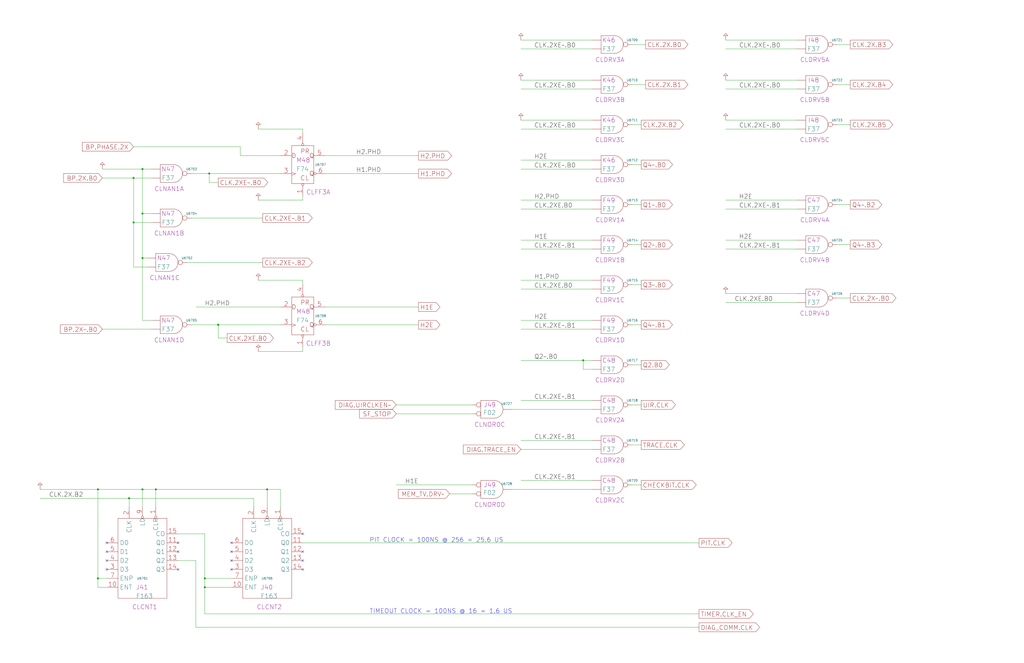
<source format=kicad_sch>
(kicad_sch (version 20250114) (generator "eeschema") (generator_version "9.0")
  (paper "User" 584.2 378.46)
  (title_block (title "CLOCKS\\nIOP CLOCK GENERATION") (date "22-SEP-90") (rev "2.0") (comment 1 "IOC") (comment 2 "232-003061") (comment 3 "S400") (comment 4 "RELEASED"))
  (lib_symbols
    (symbol "r1000:F02" (pin_numbers (hide yes)) (pin_names (hide yes))
      (property "Reference" "U" (at 12.16 0.635 0))
      (property "Value" "F02" (at -1.27 -4.445 0))
      (property "Location" "___" (at 2.54 0 0))
      (property "Name" "______" (at 2.54 -12.7 0))
      (symbol "F02_0_1"
        (arc (start -3.81 2.54) (mid -2.9847 -2.54) (end -3.81 -7.62) (stroke (width 0.1524)))
        (polyline (pts (xy -5.08 0) (xy -3.175 0)) (stroke (width 0.1524)))
        (polyline (pts (xy -5.08 -5.08) (xy -3.175 -5.08)) (stroke (width 0.1524)))
        (polyline (pts (xy -3.81 2.54) (xy 2.54 2.54)) (stroke (width 0.1524)))
        (polyline (pts (xy -3.81 -7.62) (xy 2.54 -7.62)) (stroke (width 0.1524)))
        (arc (start 2.54 2.54) (mid 6.9477 0.8966) (end 10.16 -2.54) (stroke (width 0.1524)))
        (arc (start 10.16 -2.54) (mid 6.9515 -5.9823) (end 2.54 -7.62) (stroke (width 0.1524)))
        (circle (center 11.43 -2.54) (radius 1.27) (stroke (width 0.1524)))
        (polyline (pts (xy 13.97 -2.54) (xy 12.7 -2.54)) (stroke (width 0.1524)))
      )
      (symbol "F02_0_2"
        (circle (center -3.81 0) (radius 1.27) (stroke (width 0.1524)))
        (circle (center -3.81 -5.08) (radius 1.27) (stroke (width 0.1524)))
        (polyline (pts (xy -2.54 2.54) (xy -2.54 -7.62)) (stroke (width 0.1524)))
        (polyline (pts (xy -2.54 2.54) (xy 5.08 2.54)) (stroke (width 0.1524)))
        (polyline (pts (xy -2.54 -7.62) (xy 5.08 -7.62)) (stroke (width 0.1524)))
        (arc (start 5.08 2.54) (mid 10.1281 -2.54) (end 5.08 -7.62) (stroke (width 0.1524)))
        (polyline (pts (xy 11.43 -2.54) (xy 10.16 -2.54)) (stroke (width 0.1524)))
        (polyline (pts (xy 11.43 -2.54) (xy 12.7 -2.54)) (stroke (width 0.1524)))
      )
      (symbol "F02_1_1"
        (pin input line (at -7.62 0 0) (length 2.54) (name "D0") (number "1"))
        (pin input line (at -7.62 -5.08 0) (length 2.54) (name "D1") (number "2"))
        (pin output line (at 15.24 -2.54 180) (length 1.27) (name "Q") (number "3"))
      )
      (symbol "F02_1_2"
        (pin input line (at -7.62 0 0) (length 2.54) (name "D0") (number "1"))
        (pin input line (at -7.62 -5.08 0) (length 2.54) (name "D1") (number "2"))
        (pin output line (at 15.24 -2.54 180) (length 2.54) (name "Q") (number "3"))
      )
    )
    (symbol "r1000:F163" (pin_names (offset 1.016))
      (property "Reference" "U" (at 2.54 5.08 0))
      (property "Value" "F163" (at -1.27 -5.08 0))
      (property "Location" "___" (at -1.27 0 0))
      (property "Name" "______" (at 3.81 -12.7 0))
      (symbol "F163_1_1"
        (rectangle (start -11.43 39.37) (end 16.51 -6.35))
        (circle (center 2.54 40.005) (radius 0.635))
        (circle (center 10.16 40.005) (radius 0.635))
        (pin input line (at -17.78 25.4 0) (length 6.35) (name "D0") (number "6"))
        (pin input line (at -17.78 20.32 0) (length 6.35) (name "D1") (number "5"))
        (pin input line (at -17.78 15.24 0) (length 6.35) (name "D2") (number "4"))
        (pin input line (at -17.78 10.16 0) (length 6.35) (name "D3") (number "3"))
        (pin input line (at -17.78 5.08 0) (length 6.35) (name "ENP") (number "7"))
        (pin input line (at -17.78 0 0) (length 6.35) (name "ENT") (number "10"))
        (pin input line (at -5.08 45.72 270) (length 6.35) (name "CLK") (number "2"))
        (pin input line (at 2.54 45.72 270) (length 5.08) (name "LD") (number "9"))
        (pin input line (at 10.16 45.72 270) (length 5.08) (name "CLR") (number "1"))
        (pin output line (at 22.86 30.48 180) (length 6.35) (name "CO") (number "15"))
        (pin output line (at 22.86 25.4 180) (length 6.35) (name "Q0") (number "11"))
        (pin output line (at 22.86 20.32 180) (length 6.35) (name "Q1") (number "12"))
        (pin output line (at 22.86 15.24 180) (length 6.35) (name "Q2") (number "13"))
        (pin output line (at 22.86 10.16 180) (length 6.35) (name "Q3") (number "14"))
      )
    )
    (symbol "r1000:F37" (pin_numbers (hide yes)) (pin_names (offset 0) (hide yes))
      (property "Reference" "U" (at 15.24 0 0))
      (property "Value" "F37" (at 1.905 -5.08 0))
      (property "Location" "___" (at 1.905 0 0))
      (property "Name" "______" (at 2.54 -12.7 0))
      (symbol "F37_0_1"
        (polyline (pts (xy -2.54 2.54) (xy -2.54 -7.62)) (stroke (width 0.1524)))
        (polyline (pts (xy -2.54 2.54) (xy 5.08 2.54)) (stroke (width 0.1524)))
        (polyline (pts (xy -2.54 -7.62) (xy 5.08 -7.62)) (stroke (width 0.1524)))
        (arc (start 5.08 2.54) (mid 10.1281 -2.54) (end 5.08 -7.62) (stroke (width 0.1524)))
        (circle (center 11.43 -2.54) (radius 1.27) (stroke (width 0.1524)))
      )
      (symbol "F37_0_2"
        (arc (start -3.175 2.54) (mid -2.134 -2.54) (end -3.175 -7.62) (stroke (width 0.1524)))
        (circle (center -3.81 0) (radius 1.27) (stroke (width 0.1524)))
        (circle (center -3.81 -5.08) (radius 1.27) (stroke (width 0.1524)))
        (polyline (pts (xy -3.175 2.54) (xy 3.81 2.54)) (stroke (width 0.1524)))
        (polyline (pts (xy -3.175 -7.62) (xy 3.81 -7.62)) (stroke (width 0.1524)))
        (arc (start 3.81 2.54) (mid 7.5828 0.7472) (end 10.16 -2.54) (stroke (width 0.1524)))
        (arc (start 10.16 -2.54) (mid 7.5855 -5.8306) (end 3.81 -7.62) (stroke (width 0.1524)))
      )
      (symbol "F37_1_1"
        (pin input line (at -7.62 0 0) (length 5.08) (name "D0") (number "1"))
        (pin input line (at -7.62 -5.08 0) (length 5.08) (name "D1") (number "2"))
        (pin output line (at 15.24 -2.54 180) (length 2.54) (name "Q") (number "3"))
      )
      (symbol "F37_1_2"
        (pin input line (at -7.62 0 0) (length 2.54) (name "D0") (number "1"))
        (pin input line (at -7.62 -5.08 0) (length 2.54) (name "D1") (number "2"))
        (pin output line (at 15.24 -2.54 180) (length 5.08) (name "Q") (number "3"))
      )
    )
    (symbol "r1000:F74" (pin_names (offset 1.016) (hide yes))
      (property "Reference" "U" (at 12.7 -2.54 0))
      (property "Value" "F74" (at -1.27 -5.08 0))
      (property "Location" "___" (at -1.27 0 0))
      (property "Name" "______" (at 11.43 -19.685 0))
      (symbol "F74_0_1"
        (rectangle (start -3.81 8.255) (end 8.89 -13.335) (stroke (width 0.1524)))
        (polyline (pts (xy 2.54 10.16) (xy 2.54 9.525)) (stroke (width 0.1524)))
        (polyline (pts (xy 2.54 -15.24) (xy 2.54 -14.605)) (stroke (width 0.1524)))
      )
      (symbol "F74_1_1"
        (circle (center 2.54 8.89) (radius 0.635))
        (circle (center 2.54 -13.97) (radius 0.635))
        (circle (center 9.525 -7.62) (radius 0.635))
        (text "D" (at -2.54 2.54 0) (effects (font (size 2.54 2.54))))
        (text ">" (at -2.54 -7.62 0) (effects (font (size 2.54 2.54))))
        (text "P" (at 2.54 5.08 0) (effects (font (size 2.54 2.54))))
        (text "C" (at 2.54 -10.16 0) (effects (font (size 2.54 2.54))))
        (text "R" (at 5.08 5.08 0) (effects (font (size 2.54 2.54))))
        (text "L" (at 5.08 -10.16 0) (effects (font (size 2.54 2.54))))
        (text "Q" (at 7.62 2.54 0) (effects (font (size 2.54 2.54))))
        (text "Q" (at 7.62 -7.62 0) (effects (font (size 2.54 2.54))))
        (pin input line (at -10.16 2.54 0) (length 6.35) (name "D") (number "2"))
        (pin input line (at -10.16 -7.62 0) (length 6.35) (name "CLK") (number "3"))
        (pin input line (at 2.54 15.24 270) (length 5.08) (name "PR_") (number "4"))
        (pin input line (at 2.54 -20.32 90) (length 5.08) (name "CL_") (number "1"))
        (pin output line (at 15.24 2.54 180) (length 6.35) (name "Q") (number "5"))
        (pin output line (at 15.24 -7.62 180) (length 5.08) (name "Q_") (number "6"))
      )
    )
    (symbol "r1000:PU" (power) (pin_numbers (hide yes)) (pin_names (hide yes))
      (symbol "PU_0_1"
        (polyline (pts (xy 0 2.54) (xy -1.27 2.54) (xy 0 3.81) (xy 1.27 2.54) (xy 0 2.54)) (stroke (width 0.1524)))
      )
      (symbol "PU_1_1"
        (pin power_in line (at 0 0 90) (length 2.54) (name "PU") (number "1"))
      )
    )
  )
  (text "TIMEOUT CLOCK = 100NS @ 16 = 1.6 US" (at 210.82 350.52 0) (effects (font (size 2.54 2.54)) (justify left bottom)))
  (text "PIT CLOCK = 100NS @ 256 = 25.6 US" (at 210.82 309.88 0) (effects (font (size 2.54 2.54)) (justify left bottom)))
  (junction (at 73.66 284.48))
  (junction (at 81.28 96.52))
  (junction (at 88.9 279.4))
  (junction (at 119.38 99.06))
  (junction (at 55.88 279.4))
  (junction (at 76.2 101.6))
  (junction (at 332.74 205.74))
  (junction (at 81.28 147.32))
  (junction (at 124.46 185.42))
  (junction (at 116.84 330.2))
  (junction (at 76.2 127))
  (junction (at 152.4 279.4))
  (junction (at 81.28 279.4))
  (junction (at 116.84 335.28))
  (junction (at 81.28 121.92))
  (junction (at 55.88 330.2))
  (no_connect (at 132.08 320.04))
  (no_connect (at 101.6 309.88))
  (no_connect (at 172.72 320.04))
  (no_connect (at 60.96 309.88))
  (no_connect (at 132.08 309.88))
  (no_connect (at 172.72 325.12))
  (no_connect (at 60.96 314.96))
  (no_connect (at 132.08 314.96))
  (no_connect (at 101.6 314.96))
  (no_connect (at 172.72 304.8))
  (no_connect (at 60.96 325.12))
  (no_connect (at 132.08 325.12))
  (no_connect (at 101.6 325.12))
  (no_connect (at 172.72 314.96))
  (no_connect (at 60.96 320.04))
  (wire (pts (xy 116.84 350.52) (xy 398.78 350.52)))
  (wire (pts (xy 360.68 116.84) (xy 365.76 116.84)))
  (wire (pts (xy 129.54 193.04) (xy 124.46 193.04)))
  (wire (pts (xy 477.52 48.26) (xy 485.14 48.26)))
  (wire (pts (xy 147.32 200.66) (xy 172.72 200.66)))
  (wire (pts (xy 414.02 68.58) (xy 454.66 68.58)))
  (wire (pts (xy 477.52 139.7) (xy 485.14 139.7)))
  (wire (pts (xy 147.32 114.3) (xy 172.72 114.3)))
  (wire (pts (xy 81.28 147.32) (xy 83.82 147.32)))
  (wire (pts (xy 111.76 358.14) (xy 398.78 358.14)))
  (wire (pts (xy 360.68 208.28) (xy 365.76 208.28)))
  (wire (pts (xy 477.52 71.12) (xy 485.14 71.12)))
  (wire (pts (xy 55.88 279.4) (xy 55.88 330.2)))
  (wire (pts (xy 76.2 101.6) (xy 86.36 101.6)))
  (wire (pts (xy 297.18 256.54) (xy 337.82 256.54)))
  (wire (pts (xy 226.06 276.86) (xy 269.24 276.86)))
  (wire (pts (xy 292.1 233.68) (xy 337.82 233.68)))
  (wire (pts (xy 297.18 274.32) (xy 337.82 274.32)))
  (wire (pts (xy 297.18 68.58) (xy 337.82 68.58)))
  (wire (pts (xy 297.18 22.86) (xy 337.82 22.86)))
  (wire (pts (xy 116.84 335.28) (xy 132.08 335.28)))
  (wire (pts (xy 22.86 284.48) (xy 73.66 284.48)))
  (wire (pts (xy 414.02 22.86) (xy 454.66 22.86)))
  (wire (pts (xy 360.68 93.98) (xy 365.76 93.98)))
  (wire (pts (xy 58.42 187.96) (xy 86.36 187.96)))
  (wire (pts (xy 414.02 50.8) (xy 454.66 50.8)))
  (wire (pts (xy 185.42 185.42) (xy 238.76 185.42)))
  (wire (pts (xy 297.18 187.96) (xy 337.82 187.96)))
  (wire (pts (xy 101.6 320.04) (xy 111.76 320.04)))
  (wire (pts (xy 414.02 114.3) (xy 454.66 114.3)))
  (wire (pts (xy 58.42 101.6) (xy 76.2 101.6)))
  (wire (pts (xy 81.28 121.92) (xy 86.36 121.92)))
  (wire (pts (xy 360.68 25.4) (xy 368.3 25.4)))
  (wire (pts (xy 297.18 228.6) (xy 337.82 228.6)))
  (wire (pts (xy 172.72 73.66) (xy 172.72 76.2)))
  (wire (pts (xy 414.02 119.38) (xy 454.66 119.38)))
  (wire (pts (xy 76.2 152.4) (xy 76.2 127)))
  (wire (pts (xy 297.18 182.88) (xy 337.82 182.88)))
  (wire (pts (xy 297.18 45.72) (xy 337.82 45.72)))
  (wire (pts (xy 124.46 185.42) (xy 160.02 185.42)))
  (wire (pts (xy 109.22 185.42) (xy 124.46 185.42)))
  (wire (pts (xy 297.18 251.46) (xy 337.82 251.46)))
  (wire (pts (xy 360.68 71.12) (xy 365.76 71.12)))
  (wire (pts (xy 477.52 116.84) (xy 485.14 116.84)))
  (wire (pts (xy 137.16 88.9) (xy 160.02 88.9)))
  (wire (pts (xy 297.18 96.52) (xy 337.82 96.52)))
  (wire (pts (xy 152.4 279.4) (xy 152.4 289.56)))
  (wire (pts (xy 116.84 330.2) (xy 132.08 330.2)))
  (wire (pts (xy 297.18 27.94) (xy 337.82 27.94)))
  (wire (pts (xy 297.18 165.1) (xy 337.82 165.1)))
  (wire (pts (xy 101.6 304.8) (xy 116.84 304.8)))
  (wire (pts (xy 332.74 210.82) (xy 337.82 210.82)))
  (wire (pts (xy 106.68 149.86) (xy 149.86 149.86)))
  (wire (pts (xy 119.38 99.06) (xy 160.02 99.06)))
  (wire (pts (xy 116.84 330.2) (xy 116.84 335.28)))
  (wire (pts (xy 58.42 96.52) (xy 81.28 96.52)))
  (wire (pts (xy 360.68 276.86) (xy 365.76 276.86)))
  (wire (pts (xy 88.9 279.4) (xy 152.4 279.4)))
  (wire (pts (xy 22.86 279.4) (xy 55.88 279.4)))
  (wire (pts (xy 297.18 142.24) (xy 337.82 142.24)))
  (wire (pts (xy 172.72 160.02) (xy 172.72 162.56)))
  (wire (pts (xy 124.46 104.14) (xy 119.38 104.14)))
  (wire (pts (xy 86.36 182.88) (xy 81.28 182.88)))
  (wire (pts (xy 297.18 73.66) (xy 337.82 73.66)))
  (wire (pts (xy 185.42 99.06) (xy 238.76 99.06)))
  (wire (pts (xy 76.2 83.82) (xy 137.16 83.82)))
  (wire (pts (xy 147.32 73.66) (xy 172.72 73.66)))
  (wire (pts (xy 116.84 304.8) (xy 116.84 330.2)))
  (wire (pts (xy 81.28 279.4) (xy 88.9 279.4)))
  (wire (pts (xy 172.72 200.66) (xy 172.72 198.12)))
  (wire (pts (xy 172.72 111.76) (xy 172.72 114.3)))
  (wire (pts (xy 160.02 279.4) (xy 160.02 289.56)))
  (wire (pts (xy 477.52 170.18) (xy 485.14 170.18)))
  (wire (pts (xy 55.88 330.2) (xy 60.96 330.2)))
  (wire (pts (xy 414.02 73.66) (xy 454.66 73.66)))
  (wire (pts (xy 109.22 124.46) (xy 149.86 124.46)))
  (wire (pts (xy 81.28 147.32) (xy 81.28 182.88)))
  (wire (pts (xy 55.88 279.4) (xy 81.28 279.4)))
  (wire (pts (xy 360.68 185.42) (xy 365.76 185.42)))
  (wire (pts (xy 292.1 279.4) (xy 337.82 279.4)))
  (wire (pts (xy 332.74 205.74) (xy 332.74 210.82)))
  (wire (pts (xy 360.68 139.7) (xy 365.76 139.7)))
  (wire (pts (xy 81.28 279.4) (xy 81.28 289.56)))
  (wire (pts (xy 88.9 279.4) (xy 88.9 289.56)))
  (wire (pts (xy 83.82 152.4) (xy 76.2 152.4)))
  (wire (pts (xy 414.02 167.64) (xy 454.66 167.64)))
  (wire (pts (xy 172.72 309.88) (xy 398.78 309.88)))
  (wire (pts (xy 360.68 48.26) (xy 368.3 48.26)))
  (wire (pts (xy 256.54 281.94) (xy 269.24 281.94)))
  (wire (pts (xy 360.68 254) (xy 365.76 254)))
  (wire (pts (xy 76.2 127) (xy 76.2 101.6)))
  (wire (pts (xy 297.18 114.3) (xy 337.82 114.3)))
  (wire (pts (xy 55.88 330.2) (xy 55.88 335.28)))
  (wire (pts (xy 76.2 127) (xy 86.36 127)))
  (wire (pts (xy 116.84 335.28) (xy 116.84 350.52)))
  (wire (pts (xy 109.22 99.06) (xy 119.38 99.06)))
  (wire (pts (xy 124.46 193.04) (xy 124.46 185.42)))
  (wire (pts (xy 297.18 137.16) (xy 337.82 137.16)))
  (wire (pts (xy 332.74 205.74) (xy 337.82 205.74)))
  (wire (pts (xy 360.68 231.14) (xy 365.76 231.14)))
  (wire (pts (xy 185.42 175.26) (xy 238.76 175.26)))
  (wire (pts (xy 226.06 231.14) (xy 269.24 231.14)))
  (wire (pts (xy 414.02 27.94) (xy 454.66 27.94)))
  (wire (pts (xy 414.02 45.72) (xy 454.66 45.72)))
  (wire (pts (xy 119.38 99.06) (xy 119.38 104.14)))
  (wire (pts (xy 414.02 137.16) (xy 454.66 137.16)))
  (wire (pts (xy 185.42 88.9) (xy 238.76 88.9)))
  (wire (pts (xy 55.88 335.28) (xy 60.96 335.28)))
  (wire (pts (xy 73.66 284.48) (xy 144.78 284.48)))
  (wire (pts (xy 297.18 119.38) (xy 337.82 119.38)))
  (wire (pts (xy 414.02 142.24) (xy 454.66 142.24)))
  (wire (pts (xy 81.28 96.52) (xy 86.36 96.52)))
  (wire (pts (xy 81.28 96.52) (xy 81.28 121.92)))
  (wire (pts (xy 137.16 83.82) (xy 137.16 88.9)))
  (wire (pts (xy 360.68 162.56) (xy 365.76 162.56)))
  (wire (pts (xy 297.18 50.8) (xy 337.82 50.8)))
  (wire (pts (xy 297.18 160.02) (xy 337.82 160.02)))
  (wire (pts (xy 477.52 25.4) (xy 485.14 25.4)))
  (wire (pts (xy 414.02 172.72) (xy 454.66 172.72)))
  (wire (pts (xy 144.78 284.48) (xy 144.78 289.56)))
  (wire (pts (xy 147.32 160.02) (xy 172.72 160.02)))
  (wire (pts (xy 73.66 284.48) (xy 73.66 289.56)))
  (wire (pts (xy 111.76 320.04) (xy 111.76 358.14)))
  (wire (pts (xy 297.18 91.44) (xy 337.82 91.44)))
  (wire (pts (xy 152.4 279.4) (xy 160.02 279.4)))
  (wire (pts (xy 81.28 121.92) (xy 81.28 147.32)))
  (wire (pts (xy 297.18 205.74) (xy 332.74 205.74)))
  (wire (pts (xy 226.06 236.22) (xy 269.24 236.22)))
  (wire (pts (xy 111.76 175.26) (xy 160.02 175.26)))
  (label "H2E" (at 304.8 182.88 0) (effects (font (size 2.54 2.54))))
  (label "CLK.2XE~.B0" (at 421.64 73.66 0) (effects (font (size 2.54 2.54))))
  (label "CLK.2X.B2" (at 27.94 284.48 0) (effects (font (size 2.54 2.54))))
  (label "CLK.2XE~.B0" (at 304.8 73.66 0) (effects (font (size 2.54 2.54))))
  (label "H1.PHD" (at 203.2 99.06 0) (effects (font (size 2.54 2.54))))
  (label "CLK.2XE~.B1" (at 304.8 274.32 0) (effects (font (size 2.54 2.54))))
  (label "CLK.2XE~.B1" (at 421.64 142.24 0) (effects (font (size 2.54 2.54))))
  (label "H2E" (at 421.64 114.3 0) (effects (font (size 2.54 2.54))))
  (label "CLK.2XE.B0" (at 419.1 172.72 0) (effects (font (size 2.54 2.54))))
  (label "CLK.2XE~.B0" (at 304.8 27.94 0) (effects (font (size 2.54 2.54))))
  (label "CLK.2XE~.B1" (at 304.8 187.96 0) (effects (font (size 2.54 2.54))))
  (label "H2.PHD" (at 304.8 114.3 0) (effects (font (size 2.54 2.54))))
  (label "Q2~.B0" (at 304.8 205.74 0) (effects (font (size 2.54 2.54))))
  (label "CLK.2XE~.B0" (at 421.64 50.8 0) (effects (font (size 2.54 2.54))))
  (label "CLK.2XE~.B1" (at 304.8 142.24 0) (effects (font (size 2.54 2.54))))
  (label "CLK.2XE~.B0" (at 421.64 27.94 0) (effects (font (size 2.54 2.54))))
  (label "CLK.2XE~.B0" (at 304.8 96.52 0) (effects (font (size 2.54 2.54))))
  (label "H1E" (at 304.8 137.16 0) (effects (font (size 2.54 2.54))))
  (label "H2E" (at 304.8 91.44 0) (effects (font (size 2.54 2.54))))
  (label "H2E" (at 421.64 137.16 0) (effects (font (size 2.54 2.54))))
  (label "H1E" (at 231.14 276.86 0) (effects (font (size 2.54 2.54))))
  (label "CLK.2XE.B0" (at 304.8 165.1 0) (effects (font (size 2.54 2.54))))
  (label "H2.PHD" (at 116.84 175.26 0) (effects (font (size 2.54 2.54))))
  (label "CLK.2XE~.B1" (at 304.8 228.6 0) (effects (font (size 2.54 2.54))))
  (label "CLK.2XE~.B0" (at 304.8 50.8 0) (effects (font (size 2.54 2.54))))
  (label "H2.PHD" (at 203.2 88.9 0) (effects (font (size 2.54 2.54))))
  (label "CLK.2XE.B0" (at 304.8 119.38 0) (effects (font (size 2.54 2.54))))
  (label "H1.PHD" (at 304.8 160.02 0) (effects (font (size 2.54 2.54))))
  (label "CLK.2XE~.B1" (at 421.64 119.38 0) (effects (font (size 2.54 2.54))))
  (label "CLK.2XE~.B1" (at 304.8 251.46 0) (effects (font (size 2.54 2.54))))
  (global_label "H2E" (shape output) (at 238.76 185.42 0) (effects (font (size 2.54 2.54))) (property "Intersheetrefs" "${INTERSHEET_REFS}" (at 250.9641 185.2613 0) (effects (font (size 1.905 1.905)) (justify left))))
  (global_label "CLK.2X.B1" (shape output) (at 368.3 48.26 0) (effects (font (size 2.54 2.54))) (property "Intersheetrefs" "${INTERSHEET_REFS}" (at 392.4784 48.1013 0) (effects (font (size 1.905 1.905)) (justify left))))
  (global_label "MEM_TV.DRV~" (shape input) (at 256.54 281.94 180) (effects (font (size 2.54 2.54))) (property "Intersheetrefs" "${INTERSHEET_REFS}" (at 227.2816 281.7813 0) (effects (font (size 1.905 1.905)) (justify right))))
  (global_label "DIAG.TRACE_EN" (shape input) (at 297.18 256.54 180) (effects (font (size 2.54 2.54))) (property "Intersheetrefs" "${INTERSHEET_REFS}" (at 264.293 256.3813 0) (effects (font (size 1.905 1.905)) (justify right))))
  (global_label "DIAG_COMM.CLK" (shape output) (at 398.78 358.14 0) (effects (font (size 2.54 2.54))) (property "Intersheetrefs" "${INTERSHEET_REFS}" (at 433.3603 357.9813 0) (effects (font (size 1.905 1.905)) (justify left))))
  (global_label "Q1~.B0" (shape output) (at 365.76 116.84 0) (effects (font (size 2.54 2.54))) (property "Intersheetrefs" "${INTERSHEET_REFS}" (at 383.6489 116.6813 0) (effects (font (size 1.905 1.905)) (justify left))))
  (global_label "CHECKBIT.CLK" (shape output) (at 365.76 276.86 0) (effects (font (size 2.54 2.54))) (property "Intersheetrefs" "${INTERSHEET_REFS}" (at 397.1955 276.7013 0) (effects (font (size 1.905 1.905)) (justify left))))
  (global_label "DIAG.UIRCLKEN~" (shape input) (at 226.06 231.14 180) (effects (font (size 2.54 2.54))) (property "Intersheetrefs" "${INTERSHEET_REFS}" (at 191.2378 230.9813 0) (effects (font (size 1.905 1.905)) (justify right))))
  (global_label "TIMER.CLK_EN" (shape output) (at 398.78 350.52 0) (effects (font (size 2.54 2.54))) (property "Intersheetrefs" "${INTERSHEET_REFS}" (at 429.7317 350.3613 0) (effects (font (size 1.905 1.905)) (justify left))))
  (global_label "BP.2X~.B0" (shape input) (at 58.42 187.96 180) (effects (font (size 2.54 2.54))) (property "Intersheetrefs" "${INTERSHEET_REFS}" (at 34.4835 187.8013 0) (effects (font (size 1.905 1.905)) (justify right))))
  (global_label "CLK.2XE~.B1" (shape output) (at 149.86 124.46 0) (effects (font (size 2.54 2.54))) (property "Intersheetrefs" "${INTERSHEET_REFS}" (at 178.1508 124.3013 0) (effects (font (size 1.905 1.905)) (justify left))))
  (global_label "Q4~.B3" (shape output) (at 485.14 139.7 0) (effects (font (size 2.54 2.54))) (property "Intersheetrefs" "${INTERSHEET_REFS}" (at 503.0289 139.5413 0) (effects (font (size 1.905 1.905)) (justify left))))
  (global_label "TRACE.CLK" (shape output) (at 365.76 254 0) (effects (font (size 2.54 2.54))) (property "Intersheetrefs" "${INTERSHEET_REFS}" (at 390.4222 253.8413 0) (effects (font (size 1.905 1.905)) (justify left))))
  (global_label "CLK.2XE~.B0" (shape output) (at 124.46 104.14 0) (effects (font (size 2.54 2.54))) (property "Intersheetrefs" "${INTERSHEET_REFS}" (at 152.7508 103.9813 0) (effects (font (size 1.905 1.905)) (justify left))))
  (global_label "BP.PHASE.2X" (shape input) (at 76.2 83.82 180) (effects (font (size 2.54 2.54))) (property "Intersheetrefs" "${INTERSHEET_REFS}" (at 46.9416 83.6613 0) (effects (font (size 1.905 1.905)) (justify right))))
  (global_label "Q4~.B0" (shape output) (at 365.76 93.98 0) (effects (font (size 2.54 2.54))) (property "Intersheetrefs" "${INTERSHEET_REFS}" (at 383.6489 93.8213 0) (effects (font (size 1.905 1.905)) (justify left))))
  (global_label "UIR.CLK" (shape output) (at 365.76 231.14 0) (effects (font (size 2.54 2.54))) (property "Intersheetrefs" "${INTERSHEET_REFS}" (at 385.3422 230.9813 0) (effects (font (size 1.905 1.905)) (justify left))))
  (global_label "Q3~.B0" (shape output) (at 365.76 162.56 0) (effects (font (size 2.54 2.54))) (property "Intersheetrefs" "${INTERSHEET_REFS}" (at 383.6489 162.4013 0) (effects (font (size 1.905 1.905)) (justify left))))
  (global_label "CLK.2XE~.B2" (shape output) (at 149.86 149.86 0) (effects (font (size 2.54 2.54))) (property "Intersheetrefs" "${INTERSHEET_REFS}" (at 178.1508 149.7013 0) (effects (font (size 1.905 1.905)) (justify left))))
  (global_label "H1E" (shape output) (at 238.76 175.26 0) (effects (font (size 2.54 2.54))) (property "Intersheetrefs" "${INTERSHEET_REFS}" (at 250.9641 175.1013 0) (effects (font (size 1.905 1.905)) (justify left))))
  (global_label "BP.2X.B0" (shape input) (at 58.42 101.6 180) (effects (font (size 2.54 2.54))) (property "Intersheetrefs" "${INTERSHEET_REFS}" (at 36.2978 101.4413 0) (effects (font (size 1.905 1.905)) (justify right))))
  (global_label "PIT.CLK" (shape output) (at 398.78 309.88 0) (effects (font (size 2.54 2.54))) (property "Intersheetrefs" "${INTERSHEET_REFS}" (at 417.6365 309.7213 0) (effects (font (size 1.905 1.905)) (justify left))))
  (global_label "CLK.2X.B3" (shape output) (at 485.14 25.4 0) (effects (font (size 2.54 2.54))) (property "Intersheetrefs" "${INTERSHEET_REFS}" (at 509.3184 25.2413 0) (effects (font (size 1.905 1.905)) (justify left))))
  (global_label "Q4~.B2" (shape output) (at 485.14 116.84 0) (effects (font (size 2.54 2.54))) (property "Intersheetrefs" "${INTERSHEET_REFS}" (at 503.0289 116.6813 0) (effects (font (size 1.905 1.905)) (justify left))))
  (global_label "CLK.2X.B5" (shape output) (at 485.14 71.12 0) (effects (font (size 2.54 2.54))) (property "Intersheetrefs" "${INTERSHEET_REFS}" (at 509.3184 70.9613 0) (effects (font (size 1.905 1.905)) (justify left))))
  (global_label "H2.PHD" (shape output) (at 238.76 88.9 0) (effects (font (size 2.54 2.54))) (property "Intersheetrefs" "${INTERSHEET_REFS}" (at 257.6165 88.7413 0) (effects (font (size 1.905 1.905)) (justify left))))
  (global_label "Q4~.B1" (shape output) (at 365.76 185.42 0) (effects (font (size 2.54 2.54))) (property "Intersheetrefs" "${INTERSHEET_REFS}" (at 383.6489 185.2613 0) (effects (font (size 1.905 1.905)) (justify left))))
  (global_label "CLK.2X~.B0" (shape output) (at 485.14 170.18 0) (effects (font (size 2.54 2.54))) (property "Intersheetrefs" "${INTERSHEET_REFS}" (at 511.1327 170.0213 0) (effects (font (size 1.905 1.905)) (justify left))))
  (global_label "Q2~.B0" (shape output) (at 365.76 139.7 0) (effects (font (size 2.54 2.54))) (property "Intersheetrefs" "${INTERSHEET_REFS}" (at 383.6489 139.5413 0) (effects (font (size 1.905 1.905)) (justify left))))
  (global_label "Q2.B0" (shape output) (at 365.76 208.28 0) (effects (font (size 2.54 2.54))) (property "Intersheetrefs" "${INTERSHEET_REFS}" (at 381.8346 208.1213 0) (effects (font (size 1.905 1.905)) (justify left))))
  (global_label "SF_STOP" (shape input) (at 226.06 236.22 180) (effects (font (size 2.54 2.54))) (property "Intersheetrefs" "${INTERSHEET_REFS}" (at 205.1473 236.0613 0) (effects (font (size 1.905 1.905)) (justify right))))
  (global_label "CLK.2X.B0" (shape output) (at 368.3 25.4 0) (effects (font (size 2.54 2.54))) (property "Intersheetrefs" "${INTERSHEET_REFS}" (at 392.4784 25.2413 0) (effects (font (size 1.905 1.905)) (justify left))))
  (global_label "CLK.2X.B4" (shape output) (at 485.14 48.26 0) (effects (font (size 2.54 2.54))) (property "Intersheetrefs" "${INTERSHEET_REFS}" (at 509.3184 48.1013 0) (effects (font (size 1.905 1.905)) (justify left))))
  (global_label "CLK.2X.B2" (shape output) (at 365.76 71.12 0) (effects (font (size 2.54 2.54))) (property "Intersheetrefs" "${INTERSHEET_REFS}" (at 389.9384 70.9613 0) (effects (font (size 1.905 1.905)) (justify left))))
  (global_label "CLK.2XE.B0" (shape output) (at 129.54 193.04 0) (effects (font (size 2.54 2.54))) (property "Intersheetrefs" "${INTERSHEET_REFS}" (at 156.0165 192.8813 0) (effects (font (size 1.905 1.905)) (justify left))))
  (global_label "H1.PHD" (shape output) (at 238.76 99.06 0) (effects (font (size 2.54 2.54))) (property "Intersheetrefs" "${INTERSHEET_REFS}" (at 257.6165 98.9013 0) (effects (font (size 1.905 1.905)) (justify left))))
  (symbol (lib_id "r1000:F37") (at 345.44 68.58 0) (unit 1)
    (property "Reference" "U6711" (at 360.68 68.58 0))
    (property "Value" "F37" (at 347.345 73.66 0) (effects (font (size 2.54 2.54))))
    (property "Location" "K46" (at 347.345 68.58 0) (effects (font (size 2.54 2.54))))
    (property "Name" "CLDRV3C" (at 347.98 81.28 0) (effects (font (size 2.54 2.54)) (justify bottom)))
  )
  (symbol (lib_id "r1000:F163") (at 78.74 335.28 0) (unit 1)
    (property "Reference" "U6701" (at 81.28 330.2 0))
    (property "Value" "F163" (at 77.47 340.36 0) (effects (font (size 2.54 2.54)) (justify left)))
    (property "Location" "J41" (at 77.47 335.28 0) (effects (font (size 2.54 2.54)) (justify left)))
    (property "Name" "CLCNT1" (at 82.55 347.98 0) (effects (font (size 2.54 2.54)) (justify bottom)))
  )
  (symbol (lib_id "r1000:F37") (at 345.44 182.88 0) (unit 1)
    (property "Reference" "U6716" (at 360.68 182.88 0))
    (property "Value" "F37" (at 347.345 187.96 0) (effects (font (size 2.54 2.54))))
    (property "Location" "F49" (at 347.345 182.88 0) (effects (font (size 2.54 2.54))))
    (property "Name" "CLDRV1D" (at 347.98 195.58 0) (effects (font (size 2.54 2.54)) (justify bottom)))
  )
  (symbol (lib_id "r1000:F37") (at 345.44 228.6 0) (unit 1)
    (property "Reference" "U6718" (at 360.68 228.6 0))
    (property "Value" "F37" (at 347.345 233.68 0) (effects (font (size 2.54 2.54))))
    (property "Location" "C48" (at 347.345 228.6 0) (effects (font (size 2.54 2.54))))
    (property "Name" "CLDRV2A" (at 347.98 241.3 0) (effects (font (size 2.54 2.54)) (justify bottom)))
  )
  (symbol (lib_id "r1000:PU") (at 22.86 279.4 0) (unit 1)
    (property "Reference" "#PWR0131" (effects (hide yes)))
    (property "Value" "PU" (effects (hide yes)))
  )
  (symbol (lib_id "r1000:F37") (at 93.98 182.88 0) (unit 1)
    (property "Reference" "U6705" (at 109.22 182.88 0))
    (property "Value" "F37" (at 95.885 187.96 0) (effects (font (size 2.54 2.54))))
    (property "Location" "N47" (at 95.885 182.88 0) (effects (font (size 2.54 2.54))))
    (property "Name" "CLNAN1D" (at 96.52 195.58 0) (effects (font (size 2.54 2.54)) (justify bottom)))
  )
  (symbol (lib_id "r1000:PU") (at 414.02 45.72 0) (unit 1)
    (property "Reference" "#PWR0133" (effects (hide yes)))
    (property "Value" "PU" (effects (hide yes)))
  )
  (symbol (lib_id "r1000:PU") (at 414.02 68.58 0) (unit 1)
    (property "Reference" "#PWR0134" (effects (hide yes)))
    (property "Value" "PU" (effects (hide yes)))
  )
  (symbol (lib_id "r1000:F37") (at 345.44 114.3 0) (unit 1)
    (property "Reference" "U6713" (at 360.68 114.3 0))
    (property "Value" "F37" (at 347.345 119.38 0) (effects (font (size 2.54 2.54))))
    (property "Location" "F49" (at 347.345 114.3 0) (effects (font (size 2.54 2.54))))
    (property "Name" "CLDRV1A" (at 347.98 127 0) (effects (font (size 2.54 2.54)) (justify bottom)))
  )
  (symbol (lib_id "r1000:F37") (at 91.44 147.32 0) (unit 1)
    (property "Reference" "U6702" (at 106.68 147.32 0))
    (property "Value" "F37" (at 93.345 152.4 0) (effects (font (size 2.54 2.54))))
    (property "Location" "N47" (at 93.345 147.32 0) (effects (font (size 2.54 2.54))))
    (property "Name" "CLNAN1C" (at 93.98 160.02 0) (effects (font (size 2.54 2.54)) (justify bottom)))
  )
  (symbol (lib_id "r1000:PU") (at 58.42 96.52 0) (unit 1)
    (property "Reference" "#PWR0139" (effects (hide yes)))
    (property "Value" "PU" (effects (hide yes)))
  )
  (symbol (lib_id "r1000:PU") (at 414.02 167.64 0) (unit 1)
    (property "Reference" "#PWR0135" (effects (hide yes)))
    (property "Value" "PU" (effects (hide yes)))
  )
  (symbol (lib_id "r1000:F37") (at 462.28 167.64 0) (unit 1)
    (property "Reference" "U6726" (at 477.52 167.64 0))
    (property "Value" "F37" (at 464.185 172.72 0) (effects (font (size 2.54 2.54))))
    (property "Location" "C47" (at 464.185 167.64 0) (effects (font (size 2.54 2.54))))
    (property "Name" "CLDRV4D" (at 464.82 180.34 0) (effects (font (size 2.54 2.54)) (justify bottom)))
  )
  (symbol (lib_id "r1000:PU") (at 147.32 160.02 0) (unit 1)
    (property "Reference" "#PWR0138" (effects (hide yes)))
    (property "Value" "PU" (effects (hide yes)))
  )
  (symbol (lib_id "r1000:PU") (at 414.02 22.86 0) (unit 1)
    (property "Reference" "#PWR0129" (effects (hide yes)))
    (property "Value" "PU" (effects (hide yes)))
  )
  (symbol (lib_id "r1000:F37") (at 462.28 45.72 0) (unit 1)
    (property "Reference" "U6722" (at 477.52 45.72 0))
    (property "Value" "F37" (at 464.185 50.8 0) (effects (font (size 2.54 2.54))))
    (property "Location" "I48" (at 464.185 45.72 0) (effects (font (size 2.54 2.54))))
    (property "Name" "CLDRV5B" (at 464.82 58.42 0) (effects (font (size 2.54 2.54)) (justify bottom)))
  )
  (symbol (lib_id "r1000:F02") (at 276.86 231.14 0) (unit 1) (convert 2)
    (property "Reference" "U6727" (at 289.02 230.505 0))
    (property "Value" "F02" (at 275.59 235.585 0) (effects (font (size 2.54 2.54)) (justify left)))
    (property "Location" "J49" (at 279.4 231.14 0) (effects (font (size 2.54 2.54))))
    (property "Name" "CLNOR0C" (at 279.4 243.84 0) (effects (font (size 2.54 2.54)) (justify bottom)))
  )
  (symbol (lib_id "r1000:F37") (at 345.44 160.02 0) (unit 1)
    (property "Reference" "U6715" (at 360.68 160.02 0))
    (property "Value" "F37" (at 347.345 165.1 0) (effects (font (size 2.54 2.54))))
    (property "Location" "F49" (at 347.345 160.02 0) (effects (font (size 2.54 2.54))))
    (property "Name" "CLDRV1C" (at 347.98 172.72 0) (effects (font (size 2.54 2.54)) (justify bottom)))
  )
  (symbol (lib_id "r1000:F74") (at 170.18 91.44 0) (unit 1)
    (property "Reference" "U6707" (at 182.88 93.98 0))
    (property "Value" "F74" (at 168.91 96.52 0) (effects (font (size 2.54 2.54)) (justify left)))
    (property "Location" "M48" (at 168.91 91.44 0) (effects (font (size 2.54 2.54)) (justify left)))
    (property "Name" "CLFF3A" (at 181.61 111.125 0) (effects (font (size 2.54 2.54)) (justify bottom)))
  )
  (symbol (lib_id "r1000:F37") (at 345.44 205.74 0) (unit 1)
    (property "Reference" "U6717" (at 360.68 205.74 0))
    (property "Value" "F37" (at 347.345 210.82 0) (effects (font (size 2.54 2.54))))
    (property "Location" "C48" (at 347.345 205.74 0) (effects (font (size 2.54 2.54))))
    (property "Name" "CLDRV2D" (at 347.98 218.44 0) (effects (font (size 2.54 2.54)) (justify bottom)))
  )
  (symbol (lib_id "r1000:F163") (at 149.86 335.28 0) (unit 1)
    (property "Reference" "U6706" (at 152.4 330.2 0))
    (property "Value" "F163" (at 148.59 340.36 0) (effects (font (size 2.54 2.54)) (justify left)))
    (property "Location" "J40" (at 148.59 335.28 0) (effects (font (size 2.54 2.54)) (justify left)))
    (property "Name" "CLCNT2" (at 153.67 347.98 0) (effects (font (size 2.54 2.54)) (justify bottom)))
  )
  (symbol (lib_id "r1000:F37") (at 462.28 22.86 0) (unit 1)
    (property "Reference" "U6721" (at 477.52 22.86 0))
    (property "Value" "F37" (at 464.185 27.94 0) (effects (font (size 2.54 2.54))))
    (property "Location" "I48" (at 464.185 22.86 0) (effects (font (size 2.54 2.54))))
    (property "Name" "CLDRV5A" (at 464.82 35.56 0) (effects (font (size 2.54 2.54)) (justify bottom)))
  )
  (symbol (lib_id "r1000:F37") (at 345.44 137.16 0) (unit 1)
    (property "Reference" "U6714" (at 360.68 137.16 0))
    (property "Value" "F37" (at 347.345 142.24 0) (effects (font (size 2.54 2.54))))
    (property "Location" "F49" (at 347.345 137.16 0) (effects (font (size 2.54 2.54))))
    (property "Name" "CLDRV1B" (at 347.98 149.86 0) (effects (font (size 2.54 2.54)) (justify bottom)))
  )
  (symbol (lib_id "r1000:PU") (at 147.32 114.3 0) (unit 1)
    (property "Reference" "#PWR0136" (effects (hide yes)))
    (property "Value" "PU" (effects (hide yes)))
  )
  (symbol (lib_id "r1000:F37") (at 462.28 137.16 0) (unit 1)
    (property "Reference" "U6725" (at 477.52 137.16 0))
    (property "Value" "F37" (at 464.185 142.24 0) (effects (font (size 2.54 2.54))))
    (property "Location" "C47" (at 464.185 137.16 0) (effects (font (size 2.54 2.54))))
    (property "Name" "CLDRV4B" (at 464.82 149.86 0) (effects (font (size 2.54 2.54)) (justify bottom)))
  )
  (symbol (lib_id "r1000:F74") (at 170.18 177.8 0) (unit 1)
    (property "Reference" "U6708" (at 182.88 180.34 0))
    (property "Value" "F74" (at 168.91 182.88 0) (effects (font (size 2.54 2.54)) (justify left)))
    (property "Location" "M48" (at 168.91 177.8 0) (effects (font (size 2.54 2.54)) (justify left)))
    (property "Name" "CLFF3B" (at 181.61 197.485 0) (effects (font (size 2.54 2.54)) (justify bottom)))
  )
  (symbol (lib_id "r1000:F37") (at 345.44 91.44 0) (unit 1)
    (property "Reference" "U6712" (at 360.68 91.44 0))
    (property "Value" "F37" (at 347.345 96.52 0) (effects (font (size 2.54 2.54))))
    (property "Location" "K46" (at 347.345 91.44 0) (effects (font (size 2.54 2.54))))
    (property "Name" "CLDRV3D" (at 347.98 104.14 0) (effects (font (size 2.54 2.54)) (justify bottom)))
  )
  (symbol (lib_id "r1000:F37") (at 345.44 274.32 0) (unit 1)
    (property "Reference" "U6720" (at 360.68 274.32 0))
    (property "Value" "F37" (at 347.345 279.4 0) (effects (font (size 2.54 2.54))))
    (property "Location" "C48" (at 347.345 274.32 0) (effects (font (size 2.54 2.54))))
    (property "Name" "CLDRV2C" (at 347.98 287.02 0) (effects (font (size 2.54 2.54)) (justify bottom)))
  )
  (symbol (lib_id "r1000:F37") (at 462.28 68.58 0) (unit 1)
    (property "Reference" "U6723" (at 477.52 68.58 0))
    (property "Value" "F37" (at 464.185 73.66 0) (effects (font (size 2.54 2.54))))
    (property "Location" "I48" (at 464.185 68.58 0) (effects (font (size 2.54 2.54))))
    (property "Name" "CLDRV5C" (at 464.82 81.28 0) (effects (font (size 2.54 2.54)) (justify bottom)))
  )
  (symbol (lib_id "r1000:F37") (at 93.98 96.52 0) (unit 1)
    (property "Reference" "U6703" (at 109.22 96.52 0))
    (property "Value" "F37" (at 95.885 101.6 0) (effects (font (size 2.54 2.54))))
    (property "Location" "N47" (at 95.885 96.52 0) (effects (font (size 2.54 2.54))))
    (property "Name" "CLNAN1A" (at 96.52 109.22 0) (effects (font (size 2.54 2.54)) (justify bottom)))
  )
  (symbol (lib_id "r1000:PU") (at 297.18 45.72 0) (unit 1)
    (property "Reference" "#PWR0128" (effects (hide yes)))
    (property "Value" "PU" (effects (hide yes)))
  )
  (symbol (lib_id "r1000:F37") (at 462.28 114.3 0) (unit 1)
    (property "Reference" "U6724" (at 477.52 114.3 0))
    (property "Value" "F37" (at 464.185 119.38 0) (effects (font (size 2.54 2.54))))
    (property "Location" "C47" (at 464.185 114.3 0) (effects (font (size 2.54 2.54))))
    (property "Name" "CLDRV4A" (at 464.82 127 0) (effects (font (size 2.54 2.54)) (justify bottom)))
  )
  (symbol (lib_id "r1000:F37") (at 93.98 121.92 0) (unit 1)
    (property "Reference" "U6704" (at 109.22 121.92 0))
    (property "Value" "F37" (at 95.885 127 0) (effects (font (size 2.54 2.54))))
    (property "Location" "N47" (at 95.885 121.92 0) (effects (font (size 2.54 2.54))))
    (property "Name" "CLNAN1B" (at 96.52 134.62 0) (effects (font (size 2.54 2.54)) (justify bottom)))
  )
  (symbol (lib_id "r1000:F02") (at 276.86 276.86 0) (unit 1) (convert 2)
    (property "Reference" "U6728" (at 289.02 276.225 0))
    (property "Value" "F02" (at 275.59 281.305 0) (effects (font (size 2.54 2.54)) (justify left)))
    (property "Location" "J49" (at 279.4 276.86 0) (effects (font (size 2.54 2.54))))
    (property "Name" "CLNOR0D" (at 279.4 289.56 0) (effects (font (size 2.54 2.54)) (justify bottom)))
  )
  (symbol (lib_id "r1000:F37") (at 345.44 251.46 0) (unit 1)
    (property "Reference" "U6719" (at 360.68 251.46 0))
    (property "Value" "F37" (at 347.345 256.54 0) (effects (font (size 2.54 2.54))))
    (property "Location" "C48" (at 347.345 251.46 0) (effects (font (size 2.54 2.54))))
    (property "Name" "CLDRV2B" (at 347.98 264.16 0) (effects (font (size 2.54 2.54)) (justify bottom)))
  )
  (symbol (lib_id "r1000:PU") (at 297.18 68.58 0) (unit 1)
    (property "Reference" "#PWR0127" (effects (hide yes)))
    (property "Value" "PU" (effects (hide yes)))
  )
  (symbol (lib_id "r1000:PU") (at 297.18 22.86 0) (unit 1)
    (property "Reference" "#PWR0130" (effects (hide yes)))
    (property "Value" "PU" (effects (hide yes)))
  )
  (symbol (lib_id "r1000:F37") (at 345.44 22.86 0) (unit 1)
    (property "Reference" "U6709" (at 360.68 22.86 0))
    (property "Value" "F37" (at 347.345 27.94 0) (effects (font (size 2.54 2.54))))
    (property "Location" "K46" (at 347.345 22.86 0) (effects (font (size 2.54 2.54))))
    (property "Name" "CLDRV3A" (at 347.98 35.56 0) (effects (font (size 2.54 2.54)) (justify bottom)))
  )
  (symbol (lib_id "r1000:F37") (at 345.44 45.72 0) (unit 1)
    (property "Reference" "U6710" (at 360.68 45.72 0))
    (property "Value" "F37" (at 347.345 50.8 0) (effects (font (size 2.54 2.54))))
    (property "Location" "K46" (at 347.345 45.72 0) (effects (font (size 2.54 2.54))))
    (property "Name" "CLDRV3B" (at 347.98 58.42 0) (effects (font (size 2.54 2.54)) (justify bottom)))
  )
  (symbol (lib_id "r1000:PU") (at 147.32 73.66 0) (unit 1)
    (property "Reference" "#PWR0132" (effects (hide yes)))
    (property "Value" "PU" (effects (hide yes)))
  )
  (symbol (lib_id "r1000:PU") (at 147.32 200.66 0) (unit 1)
    (property "Reference" "#PWR0137" (effects (hide yes)))
    (property "Value" "PU" (effects (hide yes)))
  )
)
</source>
